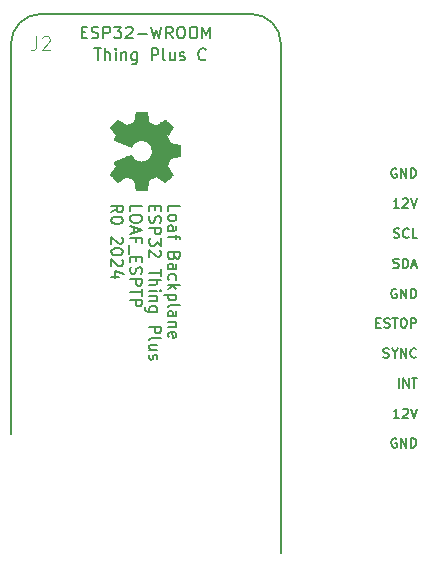
<source format=gbr>
%TF.GenerationSoftware,KiCad,Pcbnew,7.0.9*%
%TF.CreationDate,2024-02-09T11:23:59-05:00*%
%TF.ProjectId,BREAD_Loaf,42524541-445f-44c6-9f61-662e6b696361,rev?*%
%TF.SameCoordinates,PX2fdfdc0PY36746e0*%
%TF.FileFunction,Legend,Top*%
%TF.FilePolarity,Positive*%
%FSLAX46Y46*%
G04 Gerber Fmt 4.6, Leading zero omitted, Abs format (unit mm)*
G04 Created by KiCad (PCBNEW 7.0.9) date 2024-02-09 11:23:59*
%MOMM*%
%LPD*%
G01*
G04 APERTURE LIST*
%ADD10C,0.150000*%
%ADD11C,0.101600*%
%ADD12C,0.127000*%
%ADD13C,0.010000*%
G04 APERTURE END LIST*
D10*
X36101315Y-32712295D02*
X35644172Y-32712295D01*
X35872744Y-32712295D02*
X35872744Y-31912295D01*
X35872744Y-31912295D02*
X35796553Y-32026580D01*
X35796553Y-32026580D02*
X35720363Y-32102771D01*
X35720363Y-32102771D02*
X35644172Y-32140866D01*
X36406077Y-31988485D02*
X36444173Y-31950390D01*
X36444173Y-31950390D02*
X36520363Y-31912295D01*
X36520363Y-31912295D02*
X36710839Y-31912295D01*
X36710839Y-31912295D02*
X36787030Y-31950390D01*
X36787030Y-31950390D02*
X36825125Y-31988485D01*
X36825125Y-31988485D02*
X36863220Y-32064676D01*
X36863220Y-32064676D02*
X36863220Y-32140866D01*
X36863220Y-32140866D02*
X36825125Y-32255152D01*
X36825125Y-32255152D02*
X36367982Y-32712295D01*
X36367982Y-32712295D02*
X36863220Y-32712295D01*
X37091792Y-31912295D02*
X37358459Y-32712295D01*
X37358459Y-32712295D02*
X37625125Y-31912295D01*
X35644172Y-35224200D02*
X35758458Y-35262295D01*
X35758458Y-35262295D02*
X35948934Y-35262295D01*
X35948934Y-35262295D02*
X36025125Y-35224200D01*
X36025125Y-35224200D02*
X36063220Y-35186104D01*
X36063220Y-35186104D02*
X36101315Y-35109914D01*
X36101315Y-35109914D02*
X36101315Y-35033723D01*
X36101315Y-35033723D02*
X36063220Y-34957533D01*
X36063220Y-34957533D02*
X36025125Y-34919438D01*
X36025125Y-34919438D02*
X35948934Y-34881342D01*
X35948934Y-34881342D02*
X35796553Y-34843247D01*
X35796553Y-34843247D02*
X35720363Y-34805152D01*
X35720363Y-34805152D02*
X35682268Y-34767057D01*
X35682268Y-34767057D02*
X35644172Y-34690866D01*
X35644172Y-34690866D02*
X35644172Y-34614676D01*
X35644172Y-34614676D02*
X35682268Y-34538485D01*
X35682268Y-34538485D02*
X35720363Y-34500390D01*
X35720363Y-34500390D02*
X35796553Y-34462295D01*
X35796553Y-34462295D02*
X35987030Y-34462295D01*
X35987030Y-34462295D02*
X36101315Y-34500390D01*
X36901316Y-35186104D02*
X36863220Y-35224200D01*
X36863220Y-35224200D02*
X36748935Y-35262295D01*
X36748935Y-35262295D02*
X36672744Y-35262295D01*
X36672744Y-35262295D02*
X36558458Y-35224200D01*
X36558458Y-35224200D02*
X36482268Y-35148009D01*
X36482268Y-35148009D02*
X36444173Y-35071819D01*
X36444173Y-35071819D02*
X36406077Y-34919438D01*
X36406077Y-34919438D02*
X36406077Y-34805152D01*
X36406077Y-34805152D02*
X36444173Y-34652771D01*
X36444173Y-34652771D02*
X36482268Y-34576580D01*
X36482268Y-34576580D02*
X36558458Y-34500390D01*
X36558458Y-34500390D02*
X36672744Y-34462295D01*
X36672744Y-34462295D02*
X36748935Y-34462295D01*
X36748935Y-34462295D02*
X36863220Y-34500390D01*
X36863220Y-34500390D02*
X36901316Y-34538485D01*
X37625125Y-35262295D02*
X37244173Y-35262295D01*
X37244173Y-35262295D02*
X37244173Y-34462295D01*
X35606077Y-37774200D02*
X35720363Y-37812295D01*
X35720363Y-37812295D02*
X35910839Y-37812295D01*
X35910839Y-37812295D02*
X35987030Y-37774200D01*
X35987030Y-37774200D02*
X36025125Y-37736104D01*
X36025125Y-37736104D02*
X36063220Y-37659914D01*
X36063220Y-37659914D02*
X36063220Y-37583723D01*
X36063220Y-37583723D02*
X36025125Y-37507533D01*
X36025125Y-37507533D02*
X35987030Y-37469438D01*
X35987030Y-37469438D02*
X35910839Y-37431342D01*
X35910839Y-37431342D02*
X35758458Y-37393247D01*
X35758458Y-37393247D02*
X35682268Y-37355152D01*
X35682268Y-37355152D02*
X35644173Y-37317057D01*
X35644173Y-37317057D02*
X35606077Y-37240866D01*
X35606077Y-37240866D02*
X35606077Y-37164676D01*
X35606077Y-37164676D02*
X35644173Y-37088485D01*
X35644173Y-37088485D02*
X35682268Y-37050390D01*
X35682268Y-37050390D02*
X35758458Y-37012295D01*
X35758458Y-37012295D02*
X35948935Y-37012295D01*
X35948935Y-37012295D02*
X36063220Y-37050390D01*
X36406078Y-37812295D02*
X36406078Y-37012295D01*
X36406078Y-37012295D02*
X36596554Y-37012295D01*
X36596554Y-37012295D02*
X36710840Y-37050390D01*
X36710840Y-37050390D02*
X36787030Y-37126580D01*
X36787030Y-37126580D02*
X36825125Y-37202771D01*
X36825125Y-37202771D02*
X36863221Y-37355152D01*
X36863221Y-37355152D02*
X36863221Y-37469438D01*
X36863221Y-37469438D02*
X36825125Y-37621819D01*
X36825125Y-37621819D02*
X36787030Y-37698009D01*
X36787030Y-37698009D02*
X36710840Y-37774200D01*
X36710840Y-37774200D02*
X36596554Y-37812295D01*
X36596554Y-37812295D02*
X36406078Y-37812295D01*
X37167982Y-37583723D02*
X37548935Y-37583723D01*
X37091792Y-37812295D02*
X37358459Y-37012295D01*
X37358459Y-37012295D02*
X37625125Y-37812295D01*
X35872744Y-29400390D02*
X35796554Y-29362295D01*
X35796554Y-29362295D02*
X35682268Y-29362295D01*
X35682268Y-29362295D02*
X35567982Y-29400390D01*
X35567982Y-29400390D02*
X35491792Y-29476580D01*
X35491792Y-29476580D02*
X35453697Y-29552771D01*
X35453697Y-29552771D02*
X35415601Y-29705152D01*
X35415601Y-29705152D02*
X35415601Y-29819438D01*
X35415601Y-29819438D02*
X35453697Y-29971819D01*
X35453697Y-29971819D02*
X35491792Y-30048009D01*
X35491792Y-30048009D02*
X35567982Y-30124200D01*
X35567982Y-30124200D02*
X35682268Y-30162295D01*
X35682268Y-30162295D02*
X35758459Y-30162295D01*
X35758459Y-30162295D02*
X35872744Y-30124200D01*
X35872744Y-30124200D02*
X35910840Y-30086104D01*
X35910840Y-30086104D02*
X35910840Y-29819438D01*
X35910840Y-29819438D02*
X35758459Y-29819438D01*
X36253697Y-30162295D02*
X36253697Y-29362295D01*
X36253697Y-29362295D02*
X36710840Y-30162295D01*
X36710840Y-30162295D02*
X36710840Y-29362295D01*
X37091792Y-30162295D02*
X37091792Y-29362295D01*
X37091792Y-29362295D02*
X37282268Y-29362295D01*
X37282268Y-29362295D02*
X37396554Y-29400390D01*
X37396554Y-29400390D02*
X37472744Y-29476580D01*
X37472744Y-29476580D02*
X37510839Y-29552771D01*
X37510839Y-29552771D02*
X37548935Y-29705152D01*
X37548935Y-29705152D02*
X37548935Y-29819438D01*
X37548935Y-29819438D02*
X37510839Y-29971819D01*
X37510839Y-29971819D02*
X37472744Y-30048009D01*
X37472744Y-30048009D02*
X37396554Y-30124200D01*
X37396554Y-30124200D02*
X37282268Y-30162295D01*
X37282268Y-30162295D02*
X37091792Y-30162295D01*
X35872744Y-52250390D02*
X35796554Y-52212295D01*
X35796554Y-52212295D02*
X35682268Y-52212295D01*
X35682268Y-52212295D02*
X35567982Y-52250390D01*
X35567982Y-52250390D02*
X35491792Y-52326580D01*
X35491792Y-52326580D02*
X35453697Y-52402771D01*
X35453697Y-52402771D02*
X35415601Y-52555152D01*
X35415601Y-52555152D02*
X35415601Y-52669438D01*
X35415601Y-52669438D02*
X35453697Y-52821819D01*
X35453697Y-52821819D02*
X35491792Y-52898009D01*
X35491792Y-52898009D02*
X35567982Y-52974200D01*
X35567982Y-52974200D02*
X35682268Y-53012295D01*
X35682268Y-53012295D02*
X35758459Y-53012295D01*
X35758459Y-53012295D02*
X35872744Y-52974200D01*
X35872744Y-52974200D02*
X35910840Y-52936104D01*
X35910840Y-52936104D02*
X35910840Y-52669438D01*
X35910840Y-52669438D02*
X35758459Y-52669438D01*
X36253697Y-53012295D02*
X36253697Y-52212295D01*
X36253697Y-52212295D02*
X36710840Y-53012295D01*
X36710840Y-53012295D02*
X36710840Y-52212295D01*
X37091792Y-53012295D02*
X37091792Y-52212295D01*
X37091792Y-52212295D02*
X37282268Y-52212295D01*
X37282268Y-52212295D02*
X37396554Y-52250390D01*
X37396554Y-52250390D02*
X37472744Y-52326580D01*
X37472744Y-52326580D02*
X37510839Y-52402771D01*
X37510839Y-52402771D02*
X37548935Y-52555152D01*
X37548935Y-52555152D02*
X37548935Y-52669438D01*
X37548935Y-52669438D02*
X37510839Y-52821819D01*
X37510839Y-52821819D02*
X37472744Y-52898009D01*
X37472744Y-52898009D02*
X37396554Y-52974200D01*
X37396554Y-52974200D02*
X37282268Y-53012295D01*
X37282268Y-53012295D02*
X37091792Y-53012295D01*
X34767982Y-45374200D02*
X34882268Y-45412295D01*
X34882268Y-45412295D02*
X35072744Y-45412295D01*
X35072744Y-45412295D02*
X35148935Y-45374200D01*
X35148935Y-45374200D02*
X35187030Y-45336104D01*
X35187030Y-45336104D02*
X35225125Y-45259914D01*
X35225125Y-45259914D02*
X35225125Y-45183723D01*
X35225125Y-45183723D02*
X35187030Y-45107533D01*
X35187030Y-45107533D02*
X35148935Y-45069438D01*
X35148935Y-45069438D02*
X35072744Y-45031342D01*
X35072744Y-45031342D02*
X34920363Y-44993247D01*
X34920363Y-44993247D02*
X34844173Y-44955152D01*
X34844173Y-44955152D02*
X34806078Y-44917057D01*
X34806078Y-44917057D02*
X34767982Y-44840866D01*
X34767982Y-44840866D02*
X34767982Y-44764676D01*
X34767982Y-44764676D02*
X34806078Y-44688485D01*
X34806078Y-44688485D02*
X34844173Y-44650390D01*
X34844173Y-44650390D02*
X34920363Y-44612295D01*
X34920363Y-44612295D02*
X35110840Y-44612295D01*
X35110840Y-44612295D02*
X35225125Y-44650390D01*
X35720364Y-45031342D02*
X35720364Y-45412295D01*
X35453697Y-44612295D02*
X35720364Y-45031342D01*
X35720364Y-45031342D02*
X35987030Y-44612295D01*
X36253697Y-45412295D02*
X36253697Y-44612295D01*
X36253697Y-44612295D02*
X36710840Y-45412295D01*
X36710840Y-45412295D02*
X36710840Y-44612295D01*
X37548935Y-45336104D02*
X37510839Y-45374200D01*
X37510839Y-45374200D02*
X37396554Y-45412295D01*
X37396554Y-45412295D02*
X37320363Y-45412295D01*
X37320363Y-45412295D02*
X37206077Y-45374200D01*
X37206077Y-45374200D02*
X37129887Y-45298009D01*
X37129887Y-45298009D02*
X37091792Y-45221819D01*
X37091792Y-45221819D02*
X37053696Y-45069438D01*
X37053696Y-45069438D02*
X37053696Y-44955152D01*
X37053696Y-44955152D02*
X37091792Y-44802771D01*
X37091792Y-44802771D02*
X37129887Y-44726580D01*
X37129887Y-44726580D02*
X37206077Y-44650390D01*
X37206077Y-44650390D02*
X37320363Y-44612295D01*
X37320363Y-44612295D02*
X37396554Y-44612295D01*
X37396554Y-44612295D02*
X37510839Y-44650390D01*
X37510839Y-44650390D02*
X37548935Y-44688485D01*
X34158458Y-42443247D02*
X34425124Y-42443247D01*
X34539410Y-42862295D02*
X34158458Y-42862295D01*
X34158458Y-42862295D02*
X34158458Y-42062295D01*
X34158458Y-42062295D02*
X34539410Y-42062295D01*
X34844172Y-42824200D02*
X34958458Y-42862295D01*
X34958458Y-42862295D02*
X35148934Y-42862295D01*
X35148934Y-42862295D02*
X35225125Y-42824200D01*
X35225125Y-42824200D02*
X35263220Y-42786104D01*
X35263220Y-42786104D02*
X35301315Y-42709914D01*
X35301315Y-42709914D02*
X35301315Y-42633723D01*
X35301315Y-42633723D02*
X35263220Y-42557533D01*
X35263220Y-42557533D02*
X35225125Y-42519438D01*
X35225125Y-42519438D02*
X35148934Y-42481342D01*
X35148934Y-42481342D02*
X34996553Y-42443247D01*
X34996553Y-42443247D02*
X34920363Y-42405152D01*
X34920363Y-42405152D02*
X34882268Y-42367057D01*
X34882268Y-42367057D02*
X34844172Y-42290866D01*
X34844172Y-42290866D02*
X34844172Y-42214676D01*
X34844172Y-42214676D02*
X34882268Y-42138485D01*
X34882268Y-42138485D02*
X34920363Y-42100390D01*
X34920363Y-42100390D02*
X34996553Y-42062295D01*
X34996553Y-42062295D02*
X35187030Y-42062295D01*
X35187030Y-42062295D02*
X35301315Y-42100390D01*
X35529887Y-42062295D02*
X35987030Y-42062295D01*
X35758458Y-42862295D02*
X35758458Y-42062295D01*
X36406078Y-42062295D02*
X36558459Y-42062295D01*
X36558459Y-42062295D02*
X36634649Y-42100390D01*
X36634649Y-42100390D02*
X36710840Y-42176580D01*
X36710840Y-42176580D02*
X36748935Y-42328961D01*
X36748935Y-42328961D02*
X36748935Y-42595628D01*
X36748935Y-42595628D02*
X36710840Y-42748009D01*
X36710840Y-42748009D02*
X36634649Y-42824200D01*
X36634649Y-42824200D02*
X36558459Y-42862295D01*
X36558459Y-42862295D02*
X36406078Y-42862295D01*
X36406078Y-42862295D02*
X36329887Y-42824200D01*
X36329887Y-42824200D02*
X36253697Y-42748009D01*
X36253697Y-42748009D02*
X36215601Y-42595628D01*
X36215601Y-42595628D02*
X36215601Y-42328961D01*
X36215601Y-42328961D02*
X36253697Y-42176580D01*
X36253697Y-42176580D02*
X36329887Y-42100390D01*
X36329887Y-42100390D02*
X36406078Y-42062295D01*
X37091792Y-42862295D02*
X37091792Y-42062295D01*
X37091792Y-42062295D02*
X37396554Y-42062295D01*
X37396554Y-42062295D02*
X37472744Y-42100390D01*
X37472744Y-42100390D02*
X37510839Y-42138485D01*
X37510839Y-42138485D02*
X37548935Y-42214676D01*
X37548935Y-42214676D02*
X37548935Y-42328961D01*
X37548935Y-42328961D02*
X37510839Y-42405152D01*
X37510839Y-42405152D02*
X37472744Y-42443247D01*
X37472744Y-42443247D02*
X37396554Y-42481342D01*
X37396554Y-42481342D02*
X37091792Y-42481342D01*
X36101315Y-50512295D02*
X35644172Y-50512295D01*
X35872744Y-50512295D02*
X35872744Y-49712295D01*
X35872744Y-49712295D02*
X35796553Y-49826580D01*
X35796553Y-49826580D02*
X35720363Y-49902771D01*
X35720363Y-49902771D02*
X35644172Y-49940866D01*
X36406077Y-49788485D02*
X36444173Y-49750390D01*
X36444173Y-49750390D02*
X36520363Y-49712295D01*
X36520363Y-49712295D02*
X36710839Y-49712295D01*
X36710839Y-49712295D02*
X36787030Y-49750390D01*
X36787030Y-49750390D02*
X36825125Y-49788485D01*
X36825125Y-49788485D02*
X36863220Y-49864676D01*
X36863220Y-49864676D02*
X36863220Y-49940866D01*
X36863220Y-49940866D02*
X36825125Y-50055152D01*
X36825125Y-50055152D02*
X36367982Y-50512295D01*
X36367982Y-50512295D02*
X36863220Y-50512295D01*
X37091792Y-49712295D02*
X37358459Y-50512295D01*
X37358459Y-50512295D02*
X37625125Y-49712295D01*
X35872744Y-39600390D02*
X35796554Y-39562295D01*
X35796554Y-39562295D02*
X35682268Y-39562295D01*
X35682268Y-39562295D02*
X35567982Y-39600390D01*
X35567982Y-39600390D02*
X35491792Y-39676580D01*
X35491792Y-39676580D02*
X35453697Y-39752771D01*
X35453697Y-39752771D02*
X35415601Y-39905152D01*
X35415601Y-39905152D02*
X35415601Y-40019438D01*
X35415601Y-40019438D02*
X35453697Y-40171819D01*
X35453697Y-40171819D02*
X35491792Y-40248009D01*
X35491792Y-40248009D02*
X35567982Y-40324200D01*
X35567982Y-40324200D02*
X35682268Y-40362295D01*
X35682268Y-40362295D02*
X35758459Y-40362295D01*
X35758459Y-40362295D02*
X35872744Y-40324200D01*
X35872744Y-40324200D02*
X35910840Y-40286104D01*
X35910840Y-40286104D02*
X35910840Y-40019438D01*
X35910840Y-40019438D02*
X35758459Y-40019438D01*
X36253697Y-40362295D02*
X36253697Y-39562295D01*
X36253697Y-39562295D02*
X36710840Y-40362295D01*
X36710840Y-40362295D02*
X36710840Y-39562295D01*
X37091792Y-40362295D02*
X37091792Y-39562295D01*
X37091792Y-39562295D02*
X37282268Y-39562295D01*
X37282268Y-39562295D02*
X37396554Y-39600390D01*
X37396554Y-39600390D02*
X37472744Y-39676580D01*
X37472744Y-39676580D02*
X37510839Y-39752771D01*
X37510839Y-39752771D02*
X37548935Y-39905152D01*
X37548935Y-39905152D02*
X37548935Y-40019438D01*
X37548935Y-40019438D02*
X37510839Y-40171819D01*
X37510839Y-40171819D02*
X37472744Y-40248009D01*
X37472744Y-40248009D02*
X37396554Y-40324200D01*
X37396554Y-40324200D02*
X37282268Y-40362295D01*
X37282268Y-40362295D02*
X37091792Y-40362295D01*
X36063221Y-47962295D02*
X36063221Y-47162295D01*
X36444173Y-47962295D02*
X36444173Y-47162295D01*
X36444173Y-47162295D02*
X36901316Y-47962295D01*
X36901316Y-47962295D02*
X36901316Y-47162295D01*
X37167982Y-47162295D02*
X37625125Y-47162295D01*
X37396553Y-47962295D02*
X37396553Y-47162295D01*
X16546930Y-33012969D02*
X16546930Y-32536779D01*
X16546930Y-32536779D02*
X17546930Y-32536779D01*
X16546930Y-33489160D02*
X16594550Y-33393922D01*
X16594550Y-33393922D02*
X16642169Y-33346303D01*
X16642169Y-33346303D02*
X16737407Y-33298684D01*
X16737407Y-33298684D02*
X17023121Y-33298684D01*
X17023121Y-33298684D02*
X17118359Y-33346303D01*
X17118359Y-33346303D02*
X17165978Y-33393922D01*
X17165978Y-33393922D02*
X17213597Y-33489160D01*
X17213597Y-33489160D02*
X17213597Y-33632017D01*
X17213597Y-33632017D02*
X17165978Y-33727255D01*
X17165978Y-33727255D02*
X17118359Y-33774874D01*
X17118359Y-33774874D02*
X17023121Y-33822493D01*
X17023121Y-33822493D02*
X16737407Y-33822493D01*
X16737407Y-33822493D02*
X16642169Y-33774874D01*
X16642169Y-33774874D02*
X16594550Y-33727255D01*
X16594550Y-33727255D02*
X16546930Y-33632017D01*
X16546930Y-33632017D02*
X16546930Y-33489160D01*
X16546930Y-34679636D02*
X17070740Y-34679636D01*
X17070740Y-34679636D02*
X17165978Y-34632017D01*
X17165978Y-34632017D02*
X17213597Y-34536779D01*
X17213597Y-34536779D02*
X17213597Y-34346303D01*
X17213597Y-34346303D02*
X17165978Y-34251065D01*
X16594550Y-34679636D02*
X16546930Y-34584398D01*
X16546930Y-34584398D02*
X16546930Y-34346303D01*
X16546930Y-34346303D02*
X16594550Y-34251065D01*
X16594550Y-34251065D02*
X16689788Y-34203446D01*
X16689788Y-34203446D02*
X16785026Y-34203446D01*
X16785026Y-34203446D02*
X16880264Y-34251065D01*
X16880264Y-34251065D02*
X16927883Y-34346303D01*
X16927883Y-34346303D02*
X16927883Y-34584398D01*
X16927883Y-34584398D02*
X16975502Y-34679636D01*
X17213597Y-35012970D02*
X17213597Y-35393922D01*
X16546930Y-35155827D02*
X17404073Y-35155827D01*
X17404073Y-35155827D02*
X17499311Y-35203446D01*
X17499311Y-35203446D02*
X17546930Y-35298684D01*
X17546930Y-35298684D02*
X17546930Y-35393922D01*
X17070740Y-36822494D02*
X17023121Y-36965351D01*
X17023121Y-36965351D02*
X16975502Y-37012970D01*
X16975502Y-37012970D02*
X16880264Y-37060589D01*
X16880264Y-37060589D02*
X16737407Y-37060589D01*
X16737407Y-37060589D02*
X16642169Y-37012970D01*
X16642169Y-37012970D02*
X16594550Y-36965351D01*
X16594550Y-36965351D02*
X16546930Y-36870113D01*
X16546930Y-36870113D02*
X16546930Y-36489161D01*
X16546930Y-36489161D02*
X17546930Y-36489161D01*
X17546930Y-36489161D02*
X17546930Y-36822494D01*
X17546930Y-36822494D02*
X17499311Y-36917732D01*
X17499311Y-36917732D02*
X17451692Y-36965351D01*
X17451692Y-36965351D02*
X17356454Y-37012970D01*
X17356454Y-37012970D02*
X17261216Y-37012970D01*
X17261216Y-37012970D02*
X17165978Y-36965351D01*
X17165978Y-36965351D02*
X17118359Y-36917732D01*
X17118359Y-36917732D02*
X17070740Y-36822494D01*
X17070740Y-36822494D02*
X17070740Y-36489161D01*
X16546930Y-37917732D02*
X17070740Y-37917732D01*
X17070740Y-37917732D02*
X17165978Y-37870113D01*
X17165978Y-37870113D02*
X17213597Y-37774875D01*
X17213597Y-37774875D02*
X17213597Y-37584399D01*
X17213597Y-37584399D02*
X17165978Y-37489161D01*
X16594550Y-37917732D02*
X16546930Y-37822494D01*
X16546930Y-37822494D02*
X16546930Y-37584399D01*
X16546930Y-37584399D02*
X16594550Y-37489161D01*
X16594550Y-37489161D02*
X16689788Y-37441542D01*
X16689788Y-37441542D02*
X16785026Y-37441542D01*
X16785026Y-37441542D02*
X16880264Y-37489161D01*
X16880264Y-37489161D02*
X16927883Y-37584399D01*
X16927883Y-37584399D02*
X16927883Y-37822494D01*
X16927883Y-37822494D02*
X16975502Y-37917732D01*
X16594550Y-38822494D02*
X16546930Y-38727256D01*
X16546930Y-38727256D02*
X16546930Y-38536780D01*
X16546930Y-38536780D02*
X16594550Y-38441542D01*
X16594550Y-38441542D02*
X16642169Y-38393923D01*
X16642169Y-38393923D02*
X16737407Y-38346304D01*
X16737407Y-38346304D02*
X17023121Y-38346304D01*
X17023121Y-38346304D02*
X17118359Y-38393923D01*
X17118359Y-38393923D02*
X17165978Y-38441542D01*
X17165978Y-38441542D02*
X17213597Y-38536780D01*
X17213597Y-38536780D02*
X17213597Y-38727256D01*
X17213597Y-38727256D02*
X17165978Y-38822494D01*
X16546930Y-39251066D02*
X17546930Y-39251066D01*
X16927883Y-39346304D02*
X16546930Y-39632018D01*
X17213597Y-39632018D02*
X16832645Y-39251066D01*
X17213597Y-40060590D02*
X16213597Y-40060590D01*
X17165978Y-40060590D02*
X17213597Y-40155828D01*
X17213597Y-40155828D02*
X17213597Y-40346304D01*
X17213597Y-40346304D02*
X17165978Y-40441542D01*
X17165978Y-40441542D02*
X17118359Y-40489161D01*
X17118359Y-40489161D02*
X17023121Y-40536780D01*
X17023121Y-40536780D02*
X16737407Y-40536780D01*
X16737407Y-40536780D02*
X16642169Y-40489161D01*
X16642169Y-40489161D02*
X16594550Y-40441542D01*
X16594550Y-40441542D02*
X16546930Y-40346304D01*
X16546930Y-40346304D02*
X16546930Y-40155828D01*
X16546930Y-40155828D02*
X16594550Y-40060590D01*
X16546930Y-41108209D02*
X16594550Y-41012971D01*
X16594550Y-41012971D02*
X16689788Y-40965352D01*
X16689788Y-40965352D02*
X17546930Y-40965352D01*
X16546930Y-41917733D02*
X17070740Y-41917733D01*
X17070740Y-41917733D02*
X17165978Y-41870114D01*
X17165978Y-41870114D02*
X17213597Y-41774876D01*
X17213597Y-41774876D02*
X17213597Y-41584400D01*
X17213597Y-41584400D02*
X17165978Y-41489162D01*
X16594550Y-41917733D02*
X16546930Y-41822495D01*
X16546930Y-41822495D02*
X16546930Y-41584400D01*
X16546930Y-41584400D02*
X16594550Y-41489162D01*
X16594550Y-41489162D02*
X16689788Y-41441543D01*
X16689788Y-41441543D02*
X16785026Y-41441543D01*
X16785026Y-41441543D02*
X16880264Y-41489162D01*
X16880264Y-41489162D02*
X16927883Y-41584400D01*
X16927883Y-41584400D02*
X16927883Y-41822495D01*
X16927883Y-41822495D02*
X16975502Y-41917733D01*
X17213597Y-42393924D02*
X16546930Y-42393924D01*
X17118359Y-42393924D02*
X17165978Y-42441543D01*
X17165978Y-42441543D02*
X17213597Y-42536781D01*
X17213597Y-42536781D02*
X17213597Y-42679638D01*
X17213597Y-42679638D02*
X17165978Y-42774876D01*
X17165978Y-42774876D02*
X17070740Y-42822495D01*
X17070740Y-42822495D02*
X16546930Y-42822495D01*
X16594550Y-43679638D02*
X16546930Y-43584400D01*
X16546930Y-43584400D02*
X16546930Y-43393924D01*
X16546930Y-43393924D02*
X16594550Y-43298686D01*
X16594550Y-43298686D02*
X16689788Y-43251067D01*
X16689788Y-43251067D02*
X17070740Y-43251067D01*
X17070740Y-43251067D02*
X17165978Y-43298686D01*
X17165978Y-43298686D02*
X17213597Y-43393924D01*
X17213597Y-43393924D02*
X17213597Y-43584400D01*
X17213597Y-43584400D02*
X17165978Y-43679638D01*
X17165978Y-43679638D02*
X17070740Y-43727257D01*
X17070740Y-43727257D02*
X16975502Y-43727257D01*
X16975502Y-43727257D02*
X16880264Y-43251067D01*
X15460740Y-32536779D02*
X15460740Y-32870112D01*
X14936930Y-33012969D02*
X14936930Y-32536779D01*
X14936930Y-32536779D02*
X15936930Y-32536779D01*
X15936930Y-32536779D02*
X15936930Y-33012969D01*
X14984550Y-33393922D02*
X14936930Y-33536779D01*
X14936930Y-33536779D02*
X14936930Y-33774874D01*
X14936930Y-33774874D02*
X14984550Y-33870112D01*
X14984550Y-33870112D02*
X15032169Y-33917731D01*
X15032169Y-33917731D02*
X15127407Y-33965350D01*
X15127407Y-33965350D02*
X15222645Y-33965350D01*
X15222645Y-33965350D02*
X15317883Y-33917731D01*
X15317883Y-33917731D02*
X15365502Y-33870112D01*
X15365502Y-33870112D02*
X15413121Y-33774874D01*
X15413121Y-33774874D02*
X15460740Y-33584398D01*
X15460740Y-33584398D02*
X15508359Y-33489160D01*
X15508359Y-33489160D02*
X15555978Y-33441541D01*
X15555978Y-33441541D02*
X15651216Y-33393922D01*
X15651216Y-33393922D02*
X15746454Y-33393922D01*
X15746454Y-33393922D02*
X15841692Y-33441541D01*
X15841692Y-33441541D02*
X15889311Y-33489160D01*
X15889311Y-33489160D02*
X15936930Y-33584398D01*
X15936930Y-33584398D02*
X15936930Y-33822493D01*
X15936930Y-33822493D02*
X15889311Y-33965350D01*
X14936930Y-34393922D02*
X15936930Y-34393922D01*
X15936930Y-34393922D02*
X15936930Y-34774874D01*
X15936930Y-34774874D02*
X15889311Y-34870112D01*
X15889311Y-34870112D02*
X15841692Y-34917731D01*
X15841692Y-34917731D02*
X15746454Y-34965350D01*
X15746454Y-34965350D02*
X15603597Y-34965350D01*
X15603597Y-34965350D02*
X15508359Y-34917731D01*
X15508359Y-34917731D02*
X15460740Y-34870112D01*
X15460740Y-34870112D02*
X15413121Y-34774874D01*
X15413121Y-34774874D02*
X15413121Y-34393922D01*
X15936930Y-35298684D02*
X15936930Y-35917731D01*
X15936930Y-35917731D02*
X15555978Y-35584398D01*
X15555978Y-35584398D02*
X15555978Y-35727255D01*
X15555978Y-35727255D02*
X15508359Y-35822493D01*
X15508359Y-35822493D02*
X15460740Y-35870112D01*
X15460740Y-35870112D02*
X15365502Y-35917731D01*
X15365502Y-35917731D02*
X15127407Y-35917731D01*
X15127407Y-35917731D02*
X15032169Y-35870112D01*
X15032169Y-35870112D02*
X14984550Y-35822493D01*
X14984550Y-35822493D02*
X14936930Y-35727255D01*
X14936930Y-35727255D02*
X14936930Y-35441541D01*
X14936930Y-35441541D02*
X14984550Y-35346303D01*
X14984550Y-35346303D02*
X15032169Y-35298684D01*
X15841692Y-36298684D02*
X15889311Y-36346303D01*
X15889311Y-36346303D02*
X15936930Y-36441541D01*
X15936930Y-36441541D02*
X15936930Y-36679636D01*
X15936930Y-36679636D02*
X15889311Y-36774874D01*
X15889311Y-36774874D02*
X15841692Y-36822493D01*
X15841692Y-36822493D02*
X15746454Y-36870112D01*
X15746454Y-36870112D02*
X15651216Y-36870112D01*
X15651216Y-36870112D02*
X15508359Y-36822493D01*
X15508359Y-36822493D02*
X14936930Y-36251065D01*
X14936930Y-36251065D02*
X14936930Y-36870112D01*
X15936930Y-37917732D02*
X15936930Y-38489160D01*
X14936930Y-38203446D02*
X15936930Y-38203446D01*
X14936930Y-38822494D02*
X15936930Y-38822494D01*
X14936930Y-39251065D02*
X15460740Y-39251065D01*
X15460740Y-39251065D02*
X15555978Y-39203446D01*
X15555978Y-39203446D02*
X15603597Y-39108208D01*
X15603597Y-39108208D02*
X15603597Y-38965351D01*
X15603597Y-38965351D02*
X15555978Y-38870113D01*
X15555978Y-38870113D02*
X15508359Y-38822494D01*
X14936930Y-39727256D02*
X15603597Y-39727256D01*
X15936930Y-39727256D02*
X15889311Y-39679637D01*
X15889311Y-39679637D02*
X15841692Y-39727256D01*
X15841692Y-39727256D02*
X15889311Y-39774875D01*
X15889311Y-39774875D02*
X15936930Y-39727256D01*
X15936930Y-39727256D02*
X15841692Y-39727256D01*
X15603597Y-40203446D02*
X14936930Y-40203446D01*
X15508359Y-40203446D02*
X15555978Y-40251065D01*
X15555978Y-40251065D02*
X15603597Y-40346303D01*
X15603597Y-40346303D02*
X15603597Y-40489160D01*
X15603597Y-40489160D02*
X15555978Y-40584398D01*
X15555978Y-40584398D02*
X15460740Y-40632017D01*
X15460740Y-40632017D02*
X14936930Y-40632017D01*
X15603597Y-41536779D02*
X14794073Y-41536779D01*
X14794073Y-41536779D02*
X14698835Y-41489160D01*
X14698835Y-41489160D02*
X14651216Y-41441541D01*
X14651216Y-41441541D02*
X14603597Y-41346303D01*
X14603597Y-41346303D02*
X14603597Y-41203446D01*
X14603597Y-41203446D02*
X14651216Y-41108208D01*
X14984550Y-41536779D02*
X14936930Y-41441541D01*
X14936930Y-41441541D02*
X14936930Y-41251065D01*
X14936930Y-41251065D02*
X14984550Y-41155827D01*
X14984550Y-41155827D02*
X15032169Y-41108208D01*
X15032169Y-41108208D02*
X15127407Y-41060589D01*
X15127407Y-41060589D02*
X15413121Y-41060589D01*
X15413121Y-41060589D02*
X15508359Y-41108208D01*
X15508359Y-41108208D02*
X15555978Y-41155827D01*
X15555978Y-41155827D02*
X15603597Y-41251065D01*
X15603597Y-41251065D02*
X15603597Y-41441541D01*
X15603597Y-41441541D02*
X15555978Y-41536779D01*
X14936930Y-42774875D02*
X15936930Y-42774875D01*
X15936930Y-42774875D02*
X15936930Y-43155827D01*
X15936930Y-43155827D02*
X15889311Y-43251065D01*
X15889311Y-43251065D02*
X15841692Y-43298684D01*
X15841692Y-43298684D02*
X15746454Y-43346303D01*
X15746454Y-43346303D02*
X15603597Y-43346303D01*
X15603597Y-43346303D02*
X15508359Y-43298684D01*
X15508359Y-43298684D02*
X15460740Y-43251065D01*
X15460740Y-43251065D02*
X15413121Y-43155827D01*
X15413121Y-43155827D02*
X15413121Y-42774875D01*
X14936930Y-43917732D02*
X14984550Y-43822494D01*
X14984550Y-43822494D02*
X15079788Y-43774875D01*
X15079788Y-43774875D02*
X15936930Y-43774875D01*
X15603597Y-44727256D02*
X14936930Y-44727256D01*
X15603597Y-44298685D02*
X15079788Y-44298685D01*
X15079788Y-44298685D02*
X14984550Y-44346304D01*
X14984550Y-44346304D02*
X14936930Y-44441542D01*
X14936930Y-44441542D02*
X14936930Y-44584399D01*
X14936930Y-44584399D02*
X14984550Y-44679637D01*
X14984550Y-44679637D02*
X15032169Y-44727256D01*
X14984550Y-45155828D02*
X14936930Y-45251066D01*
X14936930Y-45251066D02*
X14936930Y-45441542D01*
X14936930Y-45441542D02*
X14984550Y-45536780D01*
X14984550Y-45536780D02*
X15079788Y-45584399D01*
X15079788Y-45584399D02*
X15127407Y-45584399D01*
X15127407Y-45584399D02*
X15222645Y-45536780D01*
X15222645Y-45536780D02*
X15270264Y-45441542D01*
X15270264Y-45441542D02*
X15270264Y-45298685D01*
X15270264Y-45298685D02*
X15317883Y-45203447D01*
X15317883Y-45203447D02*
X15413121Y-45155828D01*
X15413121Y-45155828D02*
X15460740Y-45155828D01*
X15460740Y-45155828D02*
X15555978Y-45203447D01*
X15555978Y-45203447D02*
X15603597Y-45298685D01*
X15603597Y-45298685D02*
X15603597Y-45441542D01*
X15603597Y-45441542D02*
X15555978Y-45536780D01*
X13326930Y-33012969D02*
X13326930Y-32536779D01*
X13326930Y-32536779D02*
X14326930Y-32536779D01*
X14326930Y-33536779D02*
X14326930Y-33727255D01*
X14326930Y-33727255D02*
X14279311Y-33822493D01*
X14279311Y-33822493D02*
X14184073Y-33917731D01*
X14184073Y-33917731D02*
X13993597Y-33965350D01*
X13993597Y-33965350D02*
X13660264Y-33965350D01*
X13660264Y-33965350D02*
X13469788Y-33917731D01*
X13469788Y-33917731D02*
X13374550Y-33822493D01*
X13374550Y-33822493D02*
X13326930Y-33727255D01*
X13326930Y-33727255D02*
X13326930Y-33536779D01*
X13326930Y-33536779D02*
X13374550Y-33441541D01*
X13374550Y-33441541D02*
X13469788Y-33346303D01*
X13469788Y-33346303D02*
X13660264Y-33298684D01*
X13660264Y-33298684D02*
X13993597Y-33298684D01*
X13993597Y-33298684D02*
X14184073Y-33346303D01*
X14184073Y-33346303D02*
X14279311Y-33441541D01*
X14279311Y-33441541D02*
X14326930Y-33536779D01*
X13612645Y-34346303D02*
X13612645Y-34822493D01*
X13326930Y-34251065D02*
X14326930Y-34584398D01*
X14326930Y-34584398D02*
X13326930Y-34917731D01*
X13850740Y-35584398D02*
X13850740Y-35251065D01*
X13326930Y-35251065D02*
X14326930Y-35251065D01*
X14326930Y-35251065D02*
X14326930Y-35727255D01*
X13231692Y-35870113D02*
X13231692Y-36632017D01*
X13850740Y-36870113D02*
X13850740Y-37203446D01*
X13326930Y-37346303D02*
X13326930Y-36870113D01*
X13326930Y-36870113D02*
X14326930Y-36870113D01*
X14326930Y-36870113D02*
X14326930Y-37346303D01*
X13374550Y-37727256D02*
X13326930Y-37870113D01*
X13326930Y-37870113D02*
X13326930Y-38108208D01*
X13326930Y-38108208D02*
X13374550Y-38203446D01*
X13374550Y-38203446D02*
X13422169Y-38251065D01*
X13422169Y-38251065D02*
X13517407Y-38298684D01*
X13517407Y-38298684D02*
X13612645Y-38298684D01*
X13612645Y-38298684D02*
X13707883Y-38251065D01*
X13707883Y-38251065D02*
X13755502Y-38203446D01*
X13755502Y-38203446D02*
X13803121Y-38108208D01*
X13803121Y-38108208D02*
X13850740Y-37917732D01*
X13850740Y-37917732D02*
X13898359Y-37822494D01*
X13898359Y-37822494D02*
X13945978Y-37774875D01*
X13945978Y-37774875D02*
X14041216Y-37727256D01*
X14041216Y-37727256D02*
X14136454Y-37727256D01*
X14136454Y-37727256D02*
X14231692Y-37774875D01*
X14231692Y-37774875D02*
X14279311Y-37822494D01*
X14279311Y-37822494D02*
X14326930Y-37917732D01*
X14326930Y-37917732D02*
X14326930Y-38155827D01*
X14326930Y-38155827D02*
X14279311Y-38298684D01*
X13326930Y-38727256D02*
X14326930Y-38727256D01*
X14326930Y-38727256D02*
X14326930Y-39108208D01*
X14326930Y-39108208D02*
X14279311Y-39203446D01*
X14279311Y-39203446D02*
X14231692Y-39251065D01*
X14231692Y-39251065D02*
X14136454Y-39298684D01*
X14136454Y-39298684D02*
X13993597Y-39298684D01*
X13993597Y-39298684D02*
X13898359Y-39251065D01*
X13898359Y-39251065D02*
X13850740Y-39203446D01*
X13850740Y-39203446D02*
X13803121Y-39108208D01*
X13803121Y-39108208D02*
X13803121Y-38727256D01*
X14326930Y-39584399D02*
X14326930Y-40155827D01*
X13326930Y-39870113D02*
X14326930Y-39870113D01*
X13326930Y-40489161D02*
X14326930Y-40489161D01*
X14326930Y-40489161D02*
X14326930Y-40870113D01*
X14326930Y-40870113D02*
X14279311Y-40965351D01*
X14279311Y-40965351D02*
X14231692Y-41012970D01*
X14231692Y-41012970D02*
X14136454Y-41060589D01*
X14136454Y-41060589D02*
X13993597Y-41060589D01*
X13993597Y-41060589D02*
X13898359Y-41012970D01*
X13898359Y-41012970D02*
X13850740Y-40965351D01*
X13850740Y-40965351D02*
X13803121Y-40870113D01*
X13803121Y-40870113D02*
X13803121Y-40489161D01*
X11716930Y-33108207D02*
X12193121Y-32774874D01*
X11716930Y-32536779D02*
X12716930Y-32536779D01*
X12716930Y-32536779D02*
X12716930Y-32917731D01*
X12716930Y-32917731D02*
X12669311Y-33012969D01*
X12669311Y-33012969D02*
X12621692Y-33060588D01*
X12621692Y-33060588D02*
X12526454Y-33108207D01*
X12526454Y-33108207D02*
X12383597Y-33108207D01*
X12383597Y-33108207D02*
X12288359Y-33060588D01*
X12288359Y-33060588D02*
X12240740Y-33012969D01*
X12240740Y-33012969D02*
X12193121Y-32917731D01*
X12193121Y-32917731D02*
X12193121Y-32536779D01*
X12716930Y-33727255D02*
X12716930Y-33822493D01*
X12716930Y-33822493D02*
X12669311Y-33917731D01*
X12669311Y-33917731D02*
X12621692Y-33965350D01*
X12621692Y-33965350D02*
X12526454Y-34012969D01*
X12526454Y-34012969D02*
X12335978Y-34060588D01*
X12335978Y-34060588D02*
X12097883Y-34060588D01*
X12097883Y-34060588D02*
X11907407Y-34012969D01*
X11907407Y-34012969D02*
X11812169Y-33965350D01*
X11812169Y-33965350D02*
X11764550Y-33917731D01*
X11764550Y-33917731D02*
X11716930Y-33822493D01*
X11716930Y-33822493D02*
X11716930Y-33727255D01*
X11716930Y-33727255D02*
X11764550Y-33632017D01*
X11764550Y-33632017D02*
X11812169Y-33584398D01*
X11812169Y-33584398D02*
X11907407Y-33536779D01*
X11907407Y-33536779D02*
X12097883Y-33489160D01*
X12097883Y-33489160D02*
X12335978Y-33489160D01*
X12335978Y-33489160D02*
X12526454Y-33536779D01*
X12526454Y-33536779D02*
X12621692Y-33584398D01*
X12621692Y-33584398D02*
X12669311Y-33632017D01*
X12669311Y-33632017D02*
X12716930Y-33727255D01*
X12621692Y-35203446D02*
X12669311Y-35251065D01*
X12669311Y-35251065D02*
X12716930Y-35346303D01*
X12716930Y-35346303D02*
X12716930Y-35584398D01*
X12716930Y-35584398D02*
X12669311Y-35679636D01*
X12669311Y-35679636D02*
X12621692Y-35727255D01*
X12621692Y-35727255D02*
X12526454Y-35774874D01*
X12526454Y-35774874D02*
X12431216Y-35774874D01*
X12431216Y-35774874D02*
X12288359Y-35727255D01*
X12288359Y-35727255D02*
X11716930Y-35155827D01*
X11716930Y-35155827D02*
X11716930Y-35774874D01*
X12716930Y-36393922D02*
X12716930Y-36489160D01*
X12716930Y-36489160D02*
X12669311Y-36584398D01*
X12669311Y-36584398D02*
X12621692Y-36632017D01*
X12621692Y-36632017D02*
X12526454Y-36679636D01*
X12526454Y-36679636D02*
X12335978Y-36727255D01*
X12335978Y-36727255D02*
X12097883Y-36727255D01*
X12097883Y-36727255D02*
X11907407Y-36679636D01*
X11907407Y-36679636D02*
X11812169Y-36632017D01*
X11812169Y-36632017D02*
X11764550Y-36584398D01*
X11764550Y-36584398D02*
X11716930Y-36489160D01*
X11716930Y-36489160D02*
X11716930Y-36393922D01*
X11716930Y-36393922D02*
X11764550Y-36298684D01*
X11764550Y-36298684D02*
X11812169Y-36251065D01*
X11812169Y-36251065D02*
X11907407Y-36203446D01*
X11907407Y-36203446D02*
X12097883Y-36155827D01*
X12097883Y-36155827D02*
X12335978Y-36155827D01*
X12335978Y-36155827D02*
X12526454Y-36203446D01*
X12526454Y-36203446D02*
X12621692Y-36251065D01*
X12621692Y-36251065D02*
X12669311Y-36298684D01*
X12669311Y-36298684D02*
X12716930Y-36393922D01*
X12621692Y-37108208D02*
X12669311Y-37155827D01*
X12669311Y-37155827D02*
X12716930Y-37251065D01*
X12716930Y-37251065D02*
X12716930Y-37489160D01*
X12716930Y-37489160D02*
X12669311Y-37584398D01*
X12669311Y-37584398D02*
X12621692Y-37632017D01*
X12621692Y-37632017D02*
X12526454Y-37679636D01*
X12526454Y-37679636D02*
X12431216Y-37679636D01*
X12431216Y-37679636D02*
X12288359Y-37632017D01*
X12288359Y-37632017D02*
X11716930Y-37060589D01*
X11716930Y-37060589D02*
X11716930Y-37679636D01*
X12383597Y-38536779D02*
X11716930Y-38536779D01*
X12764550Y-38298684D02*
X12050264Y-38060589D01*
X12050264Y-38060589D02*
X12050264Y-38679636D01*
D11*
X5380533Y-18206840D02*
X5380533Y-19041411D01*
X5380533Y-19041411D02*
X5324894Y-19208325D01*
X5324894Y-19208325D02*
X5213618Y-19319602D01*
X5213618Y-19319602D02*
X5046704Y-19375240D01*
X5046704Y-19375240D02*
X4935428Y-19375240D01*
X5881276Y-18318116D02*
X5936914Y-18262478D01*
X5936914Y-18262478D02*
X6048190Y-18206840D01*
X6048190Y-18206840D02*
X6326381Y-18206840D01*
X6326381Y-18206840D02*
X6437657Y-18262478D01*
X6437657Y-18262478D02*
X6493295Y-18318116D01*
X6493295Y-18318116D02*
X6548933Y-18429392D01*
X6548933Y-18429392D02*
X6548933Y-18540668D01*
X6548933Y-18540668D02*
X6493295Y-18707582D01*
X6493295Y-18707582D02*
X5825638Y-19375240D01*
X5825638Y-19375240D02*
X6548933Y-19375240D01*
D10*
X10279047Y-19224819D02*
X10850475Y-19224819D01*
X10564761Y-20224819D02*
X10564761Y-19224819D01*
X11183809Y-20224819D02*
X11183809Y-19224819D01*
X11612380Y-20224819D02*
X11612380Y-19701009D01*
X11612380Y-19701009D02*
X11564761Y-19605771D01*
X11564761Y-19605771D02*
X11469523Y-19558152D01*
X11469523Y-19558152D02*
X11326666Y-19558152D01*
X11326666Y-19558152D02*
X11231428Y-19605771D01*
X11231428Y-19605771D02*
X11183809Y-19653390D01*
X12088571Y-20224819D02*
X12088571Y-19558152D01*
X12088571Y-19224819D02*
X12040952Y-19272438D01*
X12040952Y-19272438D02*
X12088571Y-19320057D01*
X12088571Y-19320057D02*
X12136190Y-19272438D01*
X12136190Y-19272438D02*
X12088571Y-19224819D01*
X12088571Y-19224819D02*
X12088571Y-19320057D01*
X12564761Y-19558152D02*
X12564761Y-20224819D01*
X12564761Y-19653390D02*
X12612380Y-19605771D01*
X12612380Y-19605771D02*
X12707618Y-19558152D01*
X12707618Y-19558152D02*
X12850475Y-19558152D01*
X12850475Y-19558152D02*
X12945713Y-19605771D01*
X12945713Y-19605771D02*
X12993332Y-19701009D01*
X12993332Y-19701009D02*
X12993332Y-20224819D01*
X13898094Y-19558152D02*
X13898094Y-20367676D01*
X13898094Y-20367676D02*
X13850475Y-20462914D01*
X13850475Y-20462914D02*
X13802856Y-20510533D01*
X13802856Y-20510533D02*
X13707618Y-20558152D01*
X13707618Y-20558152D02*
X13564761Y-20558152D01*
X13564761Y-20558152D02*
X13469523Y-20510533D01*
X13898094Y-20177200D02*
X13802856Y-20224819D01*
X13802856Y-20224819D02*
X13612380Y-20224819D01*
X13612380Y-20224819D02*
X13517142Y-20177200D01*
X13517142Y-20177200D02*
X13469523Y-20129580D01*
X13469523Y-20129580D02*
X13421904Y-20034342D01*
X13421904Y-20034342D02*
X13421904Y-19748628D01*
X13421904Y-19748628D02*
X13469523Y-19653390D01*
X13469523Y-19653390D02*
X13517142Y-19605771D01*
X13517142Y-19605771D02*
X13612380Y-19558152D01*
X13612380Y-19558152D02*
X13802856Y-19558152D01*
X13802856Y-19558152D02*
X13898094Y-19605771D01*
X15136190Y-20224819D02*
X15136190Y-19224819D01*
X15136190Y-19224819D02*
X15517142Y-19224819D01*
X15517142Y-19224819D02*
X15612380Y-19272438D01*
X15612380Y-19272438D02*
X15659999Y-19320057D01*
X15659999Y-19320057D02*
X15707618Y-19415295D01*
X15707618Y-19415295D02*
X15707618Y-19558152D01*
X15707618Y-19558152D02*
X15659999Y-19653390D01*
X15659999Y-19653390D02*
X15612380Y-19701009D01*
X15612380Y-19701009D02*
X15517142Y-19748628D01*
X15517142Y-19748628D02*
X15136190Y-19748628D01*
X16279047Y-20224819D02*
X16183809Y-20177200D01*
X16183809Y-20177200D02*
X16136190Y-20081961D01*
X16136190Y-20081961D02*
X16136190Y-19224819D01*
X17088571Y-19558152D02*
X17088571Y-20224819D01*
X16660000Y-19558152D02*
X16660000Y-20081961D01*
X16660000Y-20081961D02*
X16707619Y-20177200D01*
X16707619Y-20177200D02*
X16802857Y-20224819D01*
X16802857Y-20224819D02*
X16945714Y-20224819D01*
X16945714Y-20224819D02*
X17040952Y-20177200D01*
X17040952Y-20177200D02*
X17088571Y-20129580D01*
X17517143Y-20177200D02*
X17612381Y-20224819D01*
X17612381Y-20224819D02*
X17802857Y-20224819D01*
X17802857Y-20224819D02*
X17898095Y-20177200D01*
X17898095Y-20177200D02*
X17945714Y-20081961D01*
X17945714Y-20081961D02*
X17945714Y-20034342D01*
X17945714Y-20034342D02*
X17898095Y-19939104D01*
X17898095Y-19939104D02*
X17802857Y-19891485D01*
X17802857Y-19891485D02*
X17660000Y-19891485D01*
X17660000Y-19891485D02*
X17564762Y-19843866D01*
X17564762Y-19843866D02*
X17517143Y-19748628D01*
X17517143Y-19748628D02*
X17517143Y-19701009D01*
X17517143Y-19701009D02*
X17564762Y-19605771D01*
X17564762Y-19605771D02*
X17660000Y-19558152D01*
X17660000Y-19558152D02*
X17802857Y-19558152D01*
X17802857Y-19558152D02*
X17898095Y-19605771D01*
X19707619Y-20129580D02*
X19660000Y-20177200D01*
X19660000Y-20177200D02*
X19517143Y-20224819D01*
X19517143Y-20224819D02*
X19421905Y-20224819D01*
X19421905Y-20224819D02*
X19279048Y-20177200D01*
X19279048Y-20177200D02*
X19183810Y-20081961D01*
X19183810Y-20081961D02*
X19136191Y-19986723D01*
X19136191Y-19986723D02*
X19088572Y-19796247D01*
X19088572Y-19796247D02*
X19088572Y-19653390D01*
X19088572Y-19653390D02*
X19136191Y-19462914D01*
X19136191Y-19462914D02*
X19183810Y-19367676D01*
X19183810Y-19367676D02*
X19279048Y-19272438D01*
X19279048Y-19272438D02*
X19421905Y-19224819D01*
X19421905Y-19224819D02*
X19517143Y-19224819D01*
X19517143Y-19224819D02*
X19660000Y-19272438D01*
X19660000Y-19272438D02*
X19707619Y-19320057D01*
X9207619Y-17851009D02*
X9540952Y-17851009D01*
X9683809Y-18374819D02*
X9207619Y-18374819D01*
X9207619Y-18374819D02*
X9207619Y-17374819D01*
X9207619Y-17374819D02*
X9683809Y-17374819D01*
X10064762Y-18327200D02*
X10207619Y-18374819D01*
X10207619Y-18374819D02*
X10445714Y-18374819D01*
X10445714Y-18374819D02*
X10540952Y-18327200D01*
X10540952Y-18327200D02*
X10588571Y-18279580D01*
X10588571Y-18279580D02*
X10636190Y-18184342D01*
X10636190Y-18184342D02*
X10636190Y-18089104D01*
X10636190Y-18089104D02*
X10588571Y-17993866D01*
X10588571Y-17993866D02*
X10540952Y-17946247D01*
X10540952Y-17946247D02*
X10445714Y-17898628D01*
X10445714Y-17898628D02*
X10255238Y-17851009D01*
X10255238Y-17851009D02*
X10160000Y-17803390D01*
X10160000Y-17803390D02*
X10112381Y-17755771D01*
X10112381Y-17755771D02*
X10064762Y-17660533D01*
X10064762Y-17660533D02*
X10064762Y-17565295D01*
X10064762Y-17565295D02*
X10112381Y-17470057D01*
X10112381Y-17470057D02*
X10160000Y-17422438D01*
X10160000Y-17422438D02*
X10255238Y-17374819D01*
X10255238Y-17374819D02*
X10493333Y-17374819D01*
X10493333Y-17374819D02*
X10636190Y-17422438D01*
X11064762Y-18374819D02*
X11064762Y-17374819D01*
X11064762Y-17374819D02*
X11445714Y-17374819D01*
X11445714Y-17374819D02*
X11540952Y-17422438D01*
X11540952Y-17422438D02*
X11588571Y-17470057D01*
X11588571Y-17470057D02*
X11636190Y-17565295D01*
X11636190Y-17565295D02*
X11636190Y-17708152D01*
X11636190Y-17708152D02*
X11588571Y-17803390D01*
X11588571Y-17803390D02*
X11540952Y-17851009D01*
X11540952Y-17851009D02*
X11445714Y-17898628D01*
X11445714Y-17898628D02*
X11064762Y-17898628D01*
X11969524Y-17374819D02*
X12588571Y-17374819D01*
X12588571Y-17374819D02*
X12255238Y-17755771D01*
X12255238Y-17755771D02*
X12398095Y-17755771D01*
X12398095Y-17755771D02*
X12493333Y-17803390D01*
X12493333Y-17803390D02*
X12540952Y-17851009D01*
X12540952Y-17851009D02*
X12588571Y-17946247D01*
X12588571Y-17946247D02*
X12588571Y-18184342D01*
X12588571Y-18184342D02*
X12540952Y-18279580D01*
X12540952Y-18279580D02*
X12493333Y-18327200D01*
X12493333Y-18327200D02*
X12398095Y-18374819D01*
X12398095Y-18374819D02*
X12112381Y-18374819D01*
X12112381Y-18374819D02*
X12017143Y-18327200D01*
X12017143Y-18327200D02*
X11969524Y-18279580D01*
X12969524Y-17470057D02*
X13017143Y-17422438D01*
X13017143Y-17422438D02*
X13112381Y-17374819D01*
X13112381Y-17374819D02*
X13350476Y-17374819D01*
X13350476Y-17374819D02*
X13445714Y-17422438D01*
X13445714Y-17422438D02*
X13493333Y-17470057D01*
X13493333Y-17470057D02*
X13540952Y-17565295D01*
X13540952Y-17565295D02*
X13540952Y-17660533D01*
X13540952Y-17660533D02*
X13493333Y-17803390D01*
X13493333Y-17803390D02*
X12921905Y-18374819D01*
X12921905Y-18374819D02*
X13540952Y-18374819D01*
X13969524Y-17993866D02*
X14731429Y-17993866D01*
X15112381Y-17374819D02*
X15350476Y-18374819D01*
X15350476Y-18374819D02*
X15540952Y-17660533D01*
X15540952Y-17660533D02*
X15731428Y-18374819D01*
X15731428Y-18374819D02*
X15969524Y-17374819D01*
X16921904Y-18374819D02*
X16588571Y-17898628D01*
X16350476Y-18374819D02*
X16350476Y-17374819D01*
X16350476Y-17374819D02*
X16731428Y-17374819D01*
X16731428Y-17374819D02*
X16826666Y-17422438D01*
X16826666Y-17422438D02*
X16874285Y-17470057D01*
X16874285Y-17470057D02*
X16921904Y-17565295D01*
X16921904Y-17565295D02*
X16921904Y-17708152D01*
X16921904Y-17708152D02*
X16874285Y-17803390D01*
X16874285Y-17803390D02*
X16826666Y-17851009D01*
X16826666Y-17851009D02*
X16731428Y-17898628D01*
X16731428Y-17898628D02*
X16350476Y-17898628D01*
X17540952Y-17374819D02*
X17731428Y-17374819D01*
X17731428Y-17374819D02*
X17826666Y-17422438D01*
X17826666Y-17422438D02*
X17921904Y-17517676D01*
X17921904Y-17517676D02*
X17969523Y-17708152D01*
X17969523Y-17708152D02*
X17969523Y-18041485D01*
X17969523Y-18041485D02*
X17921904Y-18231961D01*
X17921904Y-18231961D02*
X17826666Y-18327200D01*
X17826666Y-18327200D02*
X17731428Y-18374819D01*
X17731428Y-18374819D02*
X17540952Y-18374819D01*
X17540952Y-18374819D02*
X17445714Y-18327200D01*
X17445714Y-18327200D02*
X17350476Y-18231961D01*
X17350476Y-18231961D02*
X17302857Y-18041485D01*
X17302857Y-18041485D02*
X17302857Y-17708152D01*
X17302857Y-17708152D02*
X17350476Y-17517676D01*
X17350476Y-17517676D02*
X17445714Y-17422438D01*
X17445714Y-17422438D02*
X17540952Y-17374819D01*
X18588571Y-17374819D02*
X18779047Y-17374819D01*
X18779047Y-17374819D02*
X18874285Y-17422438D01*
X18874285Y-17422438D02*
X18969523Y-17517676D01*
X18969523Y-17517676D02*
X19017142Y-17708152D01*
X19017142Y-17708152D02*
X19017142Y-18041485D01*
X19017142Y-18041485D02*
X18969523Y-18231961D01*
X18969523Y-18231961D02*
X18874285Y-18327200D01*
X18874285Y-18327200D02*
X18779047Y-18374819D01*
X18779047Y-18374819D02*
X18588571Y-18374819D01*
X18588571Y-18374819D02*
X18493333Y-18327200D01*
X18493333Y-18327200D02*
X18398095Y-18231961D01*
X18398095Y-18231961D02*
X18350476Y-18041485D01*
X18350476Y-18041485D02*
X18350476Y-17708152D01*
X18350476Y-17708152D02*
X18398095Y-17517676D01*
X18398095Y-17517676D02*
X18493333Y-17422438D01*
X18493333Y-17422438D02*
X18588571Y-17374819D01*
X19445714Y-18374819D02*
X19445714Y-17374819D01*
X19445714Y-17374819D02*
X19779047Y-18089104D01*
X19779047Y-18089104D02*
X20112380Y-17374819D01*
X20112380Y-17374819D02*
X20112380Y-18374819D01*
D12*
%TO.C,J2*%
X3230000Y-51870000D02*
X3230000Y-18840000D01*
X5770000Y-16300000D02*
X23550000Y-16300000D01*
X26090000Y-18840000D02*
X26130000Y-61920000D01*
X5770000Y-16300000D02*
G75*
G03*
X3230000Y-18840000I0J-2540000D01*
G01*
X26090000Y-18840000D02*
G75*
G03*
X23550000Y-16300000I-2540000J0D01*
G01*
%TO.C,Logo1*%
D13*
X14405717Y-24583548D02*
X14509316Y-24586143D01*
X14598477Y-24590279D01*
X14666773Y-24595962D01*
X14707779Y-24603194D01*
X14716171Y-24607554D01*
X14724637Y-24631827D01*
X14738410Y-24687099D01*
X14756295Y-24767863D01*
X14777097Y-24868613D01*
X14799622Y-24983842D01*
X14811427Y-25046623D01*
X14833694Y-25165738D01*
X14853866Y-25271960D01*
X14870930Y-25360098D01*
X14883876Y-25424959D01*
X14891690Y-25461351D01*
X14893423Y-25467341D01*
X14912955Y-25477464D01*
X14960002Y-25498863D01*
X15027842Y-25528686D01*
X15109754Y-25564080D01*
X15199017Y-25602193D01*
X15288910Y-25640172D01*
X15372710Y-25675165D01*
X15443698Y-25704319D01*
X15495151Y-25724782D01*
X15520348Y-25733702D01*
X15521449Y-25733868D01*
X15541326Y-25723756D01*
X15587068Y-25695408D01*
X15654128Y-25651802D01*
X15737961Y-25595919D01*
X15834019Y-25530738D01*
X15889195Y-25492846D01*
X15990364Y-25423800D01*
X16082215Y-25362475D01*
X16160101Y-25311862D01*
X16219376Y-25274954D01*
X16255394Y-25254743D01*
X16263468Y-25251824D01*
X16282261Y-25264372D01*
X16322388Y-25299062D01*
X16379352Y-25351462D01*
X16448660Y-25417141D01*
X16525814Y-25491669D01*
X16606320Y-25570612D01*
X16685682Y-25649542D01*
X16759405Y-25724025D01*
X16822993Y-25789631D01*
X16871951Y-25841929D01*
X16901784Y-25876486D01*
X16908903Y-25888047D01*
X16898892Y-25906871D01*
X16870767Y-25951894D01*
X16827391Y-26018738D01*
X16771627Y-26103026D01*
X16706339Y-26200381D01*
X16656599Y-26273818D01*
X16404294Y-26644858D01*
X16659290Y-27263430D01*
X17103914Y-27347250D01*
X17548538Y-27431071D01*
X17548538Y-28356519D01*
X17103914Y-28440339D01*
X16659290Y-28524160D01*
X16531792Y-28833445D01*
X16404294Y-29142731D01*
X16656599Y-29513771D01*
X16726849Y-29617682D01*
X16789573Y-29711612D01*
X16841907Y-29791177D01*
X16880988Y-29851995D01*
X16903952Y-29889682D01*
X16908903Y-29899946D01*
X16896169Y-29918435D01*
X16860963Y-29957945D01*
X16807783Y-30014047D01*
X16741127Y-30082312D01*
X16665491Y-30158311D01*
X16585373Y-30237617D01*
X16505271Y-30315800D01*
X16429681Y-30388432D01*
X16363100Y-30451084D01*
X16310027Y-30499328D01*
X16274958Y-30528735D01*
X16263222Y-30535766D01*
X16241585Y-30525648D01*
X16194183Y-30497284D01*
X16125652Y-30453654D01*
X16040630Y-30397743D01*
X15943752Y-30332531D01*
X15888495Y-30294744D01*
X15787597Y-30225868D01*
X15696546Y-30164665D01*
X15619875Y-30114103D01*
X15562117Y-30077153D01*
X15527802Y-30056783D01*
X15520591Y-30053722D01*
X15500097Y-30060661D01*
X15452332Y-30079576D01*
X15384013Y-30107612D01*
X15301856Y-30141916D01*
X15212575Y-30179634D01*
X15122887Y-30217912D01*
X15039507Y-30253895D01*
X14969151Y-30284731D01*
X14918535Y-30307564D01*
X14894374Y-30319542D01*
X14893423Y-30320249D01*
X14888809Y-30339056D01*
X14878517Y-30389143D01*
X14863558Y-30465318D01*
X14844944Y-30562390D01*
X14823686Y-30675168D01*
X14811427Y-30740967D01*
X14788483Y-30861475D01*
X14766650Y-30970322D01*
X14747123Y-31062001D01*
X14731097Y-31131006D01*
X14719766Y-31171829D01*
X14716171Y-31180036D01*
X14691839Y-31188073D01*
X14636886Y-31194558D01*
X14557737Y-31199495D01*
X14460819Y-31202889D01*
X14352558Y-31204743D01*
X14239380Y-31205063D01*
X14127710Y-31203852D01*
X14023977Y-31201115D01*
X13934604Y-31196856D01*
X13866019Y-31191080D01*
X13824648Y-31183792D01*
X13816035Y-31179420D01*
X13805712Y-31153289D01*
X13790953Y-31097918D01*
X13773493Y-31020632D01*
X13755065Y-30928755D01*
X13749104Y-30896683D01*
X13720779Y-30742049D01*
X13697969Y-30619900D01*
X13679765Y-30526198D01*
X13665262Y-30456909D01*
X13653553Y-30407996D01*
X13643730Y-30375422D01*
X13634889Y-30355153D01*
X13626121Y-30343151D01*
X13624388Y-30341472D01*
X13596474Y-30324709D01*
X13542150Y-30299139D01*
X13468068Y-30267313D01*
X13380880Y-30231785D01*
X13287237Y-30195108D01*
X13193793Y-30159836D01*
X13107198Y-30128521D01*
X13034105Y-30103718D01*
X12981167Y-30087979D01*
X12955034Y-30083857D01*
X12954119Y-30084201D01*
X12932759Y-30098166D01*
X12885761Y-30129847D01*
X12818018Y-30175916D01*
X12734422Y-30233043D01*
X12639863Y-30297898D01*
X12612991Y-30316368D01*
X12515570Y-30382224D01*
X12426682Y-30440175D01*
X12351433Y-30487063D01*
X12294925Y-30519732D01*
X12262264Y-30535025D01*
X12258252Y-30535766D01*
X12237161Y-30522917D01*
X12195381Y-30487413D01*
X12137400Y-30433818D01*
X12067710Y-30366696D01*
X11990800Y-30290612D01*
X11911162Y-30210129D01*
X11833284Y-30129812D01*
X11761659Y-30054224D01*
X11700775Y-29987930D01*
X11655124Y-29935494D01*
X11629195Y-29901480D01*
X11624962Y-29892070D01*
X11634933Y-29870168D01*
X11661825Y-29825325D01*
X11701109Y-29764846D01*
X11732728Y-29718314D01*
X11790747Y-29634000D01*
X11859061Y-29534151D01*
X11927266Y-29433998D01*
X11963770Y-29380152D01*
X12087045Y-29197896D01*
X12004325Y-29044906D01*
X11968086Y-28975207D01*
X11939919Y-28915939D01*
X11923854Y-28875836D01*
X11921619Y-28865628D01*
X11938123Y-28853354D01*
X11984763Y-28829138D01*
X12057236Y-28794788D01*
X12151239Y-28752113D01*
X12262471Y-28702919D01*
X12386630Y-28649015D01*
X12519413Y-28592209D01*
X12656518Y-28534307D01*
X12793643Y-28477118D01*
X12926487Y-28422449D01*
X13050747Y-28372109D01*
X13162120Y-28327905D01*
X13256306Y-28291644D01*
X13329001Y-28265134D01*
X13375904Y-28250183D01*
X13392012Y-28247779D01*
X13412559Y-28266836D01*
X13445912Y-28308561D01*
X13485143Y-28364231D01*
X13488246Y-28368903D01*
X13603422Y-28512789D01*
X13737792Y-28628808D01*
X13887061Y-28715955D01*
X14046932Y-28773224D01*
X14213108Y-28799611D01*
X14381293Y-28794110D01*
X14547190Y-28755715D01*
X14706503Y-28683420D01*
X14741358Y-28662151D01*
X14882108Y-28551521D01*
X14995131Y-28420827D01*
X15079842Y-28274589D01*
X15135651Y-28117333D01*
X15161971Y-27953582D01*
X15158215Y-27787858D01*
X15123795Y-27624687D01*
X15058122Y-27468590D01*
X14960610Y-27324092D01*
X14921032Y-27279394D01*
X14797142Y-27165637D01*
X14666721Y-27082743D01*
X14520530Y-27025881D01*
X14375757Y-26994212D01*
X14212985Y-26986394D01*
X14049405Y-27012463D01*
X13890547Y-27069770D01*
X13741939Y-27155669D01*
X13609110Y-27267511D01*
X13497589Y-27402648D01*
X13485834Y-27420408D01*
X13447337Y-27476675D01*
X13413982Y-27519448D01*
X13392685Y-27539897D01*
X13392012Y-27540194D01*
X13368974Y-27535804D01*
X13316688Y-27518401D01*
X13239455Y-27489793D01*
X13141577Y-27451790D01*
X13027354Y-27406199D01*
X12901087Y-27354828D01*
X12767078Y-27299487D01*
X12629627Y-27241983D01*
X12493037Y-27184126D01*
X12361608Y-27127723D01*
X12239640Y-27074583D01*
X12131436Y-27026515D01*
X12041296Y-26985326D01*
X11973522Y-26952826D01*
X11932415Y-26930822D01*
X11921619Y-26921961D01*
X11930026Y-26894885D01*
X11952573Y-26844222D01*
X11985232Y-26778708D01*
X12004325Y-26742684D01*
X12087045Y-26589693D01*
X11963770Y-26407437D01*
X11900617Y-26314400D01*
X11831118Y-26212540D01*
X11765680Y-26117087D01*
X11732728Y-26069275D01*
X11687572Y-26002030D01*
X11651788Y-25945089D01*
X11629907Y-25905879D01*
X11625282Y-25893144D01*
X11637760Y-25874608D01*
X11672593Y-25833584D01*
X11726167Y-25774050D01*
X11794862Y-25699983D01*
X11875064Y-25615360D01*
X11926559Y-25561840D01*
X12018559Y-25468206D01*
X12100846Y-25387284D01*
X12169900Y-25322348D01*
X12222201Y-25276667D01*
X12254229Y-25253514D01*
X12260729Y-25251293D01*
X12285451Y-25261601D01*
X12335440Y-25290086D01*
X12405633Y-25333588D01*
X12490970Y-25388948D01*
X12586389Y-25453005D01*
X12612991Y-25471222D01*
X12709678Y-25537598D01*
X12796728Y-25597147D01*
X12869250Y-25646541D01*
X12922352Y-25682450D01*
X12951142Y-25701544D01*
X12954119Y-25703389D01*
X12977063Y-25700630D01*
X13027509Y-25685987D01*
X13098804Y-25662012D01*
X13184298Y-25631259D01*
X13277338Y-25596281D01*
X13371271Y-25559632D01*
X13459446Y-25523864D01*
X13535211Y-25491531D01*
X13591914Y-25465187D01*
X13622902Y-25447383D01*
X13624388Y-25446118D01*
X13633244Y-25435231D01*
X13642002Y-25416843D01*
X13651568Y-25386919D01*
X13662849Y-25341422D01*
X13676752Y-25276316D01*
X13694182Y-25187564D01*
X13716047Y-25071132D01*
X13743254Y-24922983D01*
X13749104Y-24890907D01*
X13767471Y-24795839D01*
X13785440Y-24712960D01*
X13801276Y-24649595D01*
X13813245Y-24613067D01*
X13816035Y-24608169D01*
X13840773Y-24600098D01*
X13896055Y-24593538D01*
X13975456Y-24588492D01*
X14072549Y-24584966D01*
X14180907Y-24582964D01*
X14294105Y-24582489D01*
X14405717Y-24583548D01*
G36*
X14405717Y-24583548D02*
G01*
X14509316Y-24586143D01*
X14598477Y-24590279D01*
X14666773Y-24595962D01*
X14707779Y-24603194D01*
X14716171Y-24607554D01*
X14724637Y-24631827D01*
X14738410Y-24687099D01*
X14756295Y-24767863D01*
X14777097Y-24868613D01*
X14799622Y-24983842D01*
X14811427Y-25046623D01*
X14833694Y-25165738D01*
X14853866Y-25271960D01*
X14870930Y-25360098D01*
X14883876Y-25424959D01*
X14891690Y-25461351D01*
X14893423Y-25467341D01*
X14912955Y-25477464D01*
X14960002Y-25498863D01*
X15027842Y-25528686D01*
X15109754Y-25564080D01*
X15199017Y-25602193D01*
X15288910Y-25640172D01*
X15372710Y-25675165D01*
X15443698Y-25704319D01*
X15495151Y-25724782D01*
X15520348Y-25733702D01*
X15521449Y-25733868D01*
X15541326Y-25723756D01*
X15587068Y-25695408D01*
X15654128Y-25651802D01*
X15737961Y-25595919D01*
X15834019Y-25530738D01*
X15889195Y-25492846D01*
X15990364Y-25423800D01*
X16082215Y-25362475D01*
X16160101Y-25311862D01*
X16219376Y-25274954D01*
X16255394Y-25254743D01*
X16263468Y-25251824D01*
X16282261Y-25264372D01*
X16322388Y-25299062D01*
X16379352Y-25351462D01*
X16448660Y-25417141D01*
X16525814Y-25491669D01*
X16606320Y-25570612D01*
X16685682Y-25649542D01*
X16759405Y-25724025D01*
X16822993Y-25789631D01*
X16871951Y-25841929D01*
X16901784Y-25876486D01*
X16908903Y-25888047D01*
X16898892Y-25906871D01*
X16870767Y-25951894D01*
X16827391Y-26018738D01*
X16771627Y-26103026D01*
X16706339Y-26200381D01*
X16656599Y-26273818D01*
X16404294Y-26644858D01*
X16659290Y-27263430D01*
X17103914Y-27347250D01*
X17548538Y-27431071D01*
X17548538Y-28356519D01*
X17103914Y-28440339D01*
X16659290Y-28524160D01*
X16531792Y-28833445D01*
X16404294Y-29142731D01*
X16656599Y-29513771D01*
X16726849Y-29617682D01*
X16789573Y-29711612D01*
X16841907Y-29791177D01*
X16880988Y-29851995D01*
X16903952Y-29889682D01*
X16908903Y-29899946D01*
X16896169Y-29918435D01*
X16860963Y-29957945D01*
X16807783Y-30014047D01*
X16741127Y-30082312D01*
X16665491Y-30158311D01*
X16585373Y-30237617D01*
X16505271Y-30315800D01*
X16429681Y-30388432D01*
X16363100Y-30451084D01*
X16310027Y-30499328D01*
X16274958Y-30528735D01*
X16263222Y-30535766D01*
X16241585Y-30525648D01*
X16194183Y-30497284D01*
X16125652Y-30453654D01*
X16040630Y-30397743D01*
X15943752Y-30332531D01*
X15888495Y-30294744D01*
X15787597Y-30225868D01*
X15696546Y-30164665D01*
X15619875Y-30114103D01*
X15562117Y-30077153D01*
X15527802Y-30056783D01*
X15520591Y-30053722D01*
X15500097Y-30060661D01*
X15452332Y-30079576D01*
X15384013Y-30107612D01*
X15301856Y-30141916D01*
X15212575Y-30179634D01*
X15122887Y-30217912D01*
X15039507Y-30253895D01*
X14969151Y-30284731D01*
X14918535Y-30307564D01*
X14894374Y-30319542D01*
X14893423Y-30320249D01*
X14888809Y-30339056D01*
X14878517Y-30389143D01*
X14863558Y-30465318D01*
X14844944Y-30562390D01*
X14823686Y-30675168D01*
X14811427Y-30740967D01*
X14788483Y-30861475D01*
X14766650Y-30970322D01*
X14747123Y-31062001D01*
X14731097Y-31131006D01*
X14719766Y-31171829D01*
X14716171Y-31180036D01*
X14691839Y-31188073D01*
X14636886Y-31194558D01*
X14557737Y-31199495D01*
X14460819Y-31202889D01*
X14352558Y-31204743D01*
X14239380Y-31205063D01*
X14127710Y-31203852D01*
X14023977Y-31201115D01*
X13934604Y-31196856D01*
X13866019Y-31191080D01*
X13824648Y-31183792D01*
X13816035Y-31179420D01*
X13805712Y-31153289D01*
X13790953Y-31097918D01*
X13773493Y-31020632D01*
X13755065Y-30928755D01*
X13749104Y-30896683D01*
X13720779Y-30742049D01*
X13697969Y-30619900D01*
X13679765Y-30526198D01*
X13665262Y-30456909D01*
X13653553Y-30407996D01*
X13643730Y-30375422D01*
X13634889Y-30355153D01*
X13626121Y-30343151D01*
X13624388Y-30341472D01*
X13596474Y-30324709D01*
X13542150Y-30299139D01*
X13468068Y-30267313D01*
X13380880Y-30231785D01*
X13287237Y-30195108D01*
X13193793Y-30159836D01*
X13107198Y-30128521D01*
X13034105Y-30103718D01*
X12981167Y-30087979D01*
X12955034Y-30083857D01*
X12954119Y-30084201D01*
X12932759Y-30098166D01*
X12885761Y-30129847D01*
X12818018Y-30175916D01*
X12734422Y-30233043D01*
X12639863Y-30297898D01*
X12612991Y-30316368D01*
X12515570Y-30382224D01*
X12426682Y-30440175D01*
X12351433Y-30487063D01*
X12294925Y-30519732D01*
X12262264Y-30535025D01*
X12258252Y-30535766D01*
X12237161Y-30522917D01*
X12195381Y-30487413D01*
X12137400Y-30433818D01*
X12067710Y-30366696D01*
X11990800Y-30290612D01*
X11911162Y-30210129D01*
X11833284Y-30129812D01*
X11761659Y-30054224D01*
X11700775Y-29987930D01*
X11655124Y-29935494D01*
X11629195Y-29901480D01*
X11624962Y-29892070D01*
X11634933Y-29870168D01*
X11661825Y-29825325D01*
X11701109Y-29764846D01*
X11732728Y-29718314D01*
X11790747Y-29634000D01*
X11859061Y-29534151D01*
X11927266Y-29433998D01*
X11963770Y-29380152D01*
X12087045Y-29197896D01*
X12004325Y-29044906D01*
X11968086Y-28975207D01*
X11939919Y-28915939D01*
X11923854Y-28875836D01*
X11921619Y-28865628D01*
X11938123Y-28853354D01*
X11984763Y-28829138D01*
X12057236Y-28794788D01*
X12151239Y-28752113D01*
X12262471Y-28702919D01*
X12386630Y-28649015D01*
X12519413Y-28592209D01*
X12656518Y-28534307D01*
X12793643Y-28477118D01*
X12926487Y-28422449D01*
X13050747Y-28372109D01*
X13162120Y-28327905D01*
X13256306Y-28291644D01*
X13329001Y-28265134D01*
X13375904Y-28250183D01*
X13392012Y-28247779D01*
X13412559Y-28266836D01*
X13445912Y-28308561D01*
X13485143Y-28364231D01*
X13488246Y-28368903D01*
X13603422Y-28512789D01*
X13737792Y-28628808D01*
X13887061Y-28715955D01*
X14046932Y-28773224D01*
X14213108Y-28799611D01*
X14381293Y-28794110D01*
X14547190Y-28755715D01*
X14706503Y-28683420D01*
X14741358Y-28662151D01*
X14882108Y-28551521D01*
X14995131Y-28420827D01*
X15079842Y-28274589D01*
X15135651Y-28117333D01*
X15161971Y-27953582D01*
X15158215Y-27787858D01*
X15123795Y-27624687D01*
X15058122Y-27468590D01*
X14960610Y-27324092D01*
X14921032Y-27279394D01*
X14797142Y-27165637D01*
X14666721Y-27082743D01*
X14520530Y-27025881D01*
X14375757Y-26994212D01*
X14212985Y-26986394D01*
X14049405Y-27012463D01*
X13890547Y-27069770D01*
X13741939Y-27155669D01*
X13609110Y-27267511D01*
X13497589Y-27402648D01*
X13485834Y-27420408D01*
X13447337Y-27476675D01*
X13413982Y-27519448D01*
X13392685Y-27539897D01*
X13392012Y-27540194D01*
X13368974Y-27535804D01*
X13316688Y-27518401D01*
X13239455Y-27489793D01*
X13141577Y-27451790D01*
X13027354Y-27406199D01*
X12901087Y-27354828D01*
X12767078Y-27299487D01*
X12629627Y-27241983D01*
X12493037Y-27184126D01*
X12361608Y-27127723D01*
X12239640Y-27074583D01*
X12131436Y-27026515D01*
X12041296Y-26985326D01*
X11973522Y-26952826D01*
X11932415Y-26930822D01*
X11921619Y-26921961D01*
X11930026Y-26894885D01*
X11952573Y-26844222D01*
X11985232Y-26778708D01*
X12004325Y-26742684D01*
X12087045Y-26589693D01*
X11963770Y-26407437D01*
X11900617Y-26314400D01*
X11831118Y-26212540D01*
X11765680Y-26117087D01*
X11732728Y-26069275D01*
X11687572Y-26002030D01*
X11651788Y-25945089D01*
X11629907Y-25905879D01*
X11625282Y-25893144D01*
X11637760Y-25874608D01*
X11672593Y-25833584D01*
X11726167Y-25774050D01*
X11794862Y-25699983D01*
X11875064Y-25615360D01*
X11926559Y-25561840D01*
X12018559Y-25468206D01*
X12100846Y-25387284D01*
X12169900Y-25322348D01*
X12222201Y-25276667D01*
X12254229Y-25253514D01*
X12260729Y-25251293D01*
X12285451Y-25261601D01*
X12335440Y-25290086D01*
X12405633Y-25333588D01*
X12490970Y-25388948D01*
X12586389Y-25453005D01*
X12612991Y-25471222D01*
X12709678Y-25537598D01*
X12796728Y-25597147D01*
X12869250Y-25646541D01*
X12922352Y-25682450D01*
X12951142Y-25701544D01*
X12954119Y-25703389D01*
X12977063Y-25700630D01*
X13027509Y-25685987D01*
X13098804Y-25662012D01*
X13184298Y-25631259D01*
X13277338Y-25596281D01*
X13371271Y-25559632D01*
X13459446Y-25523864D01*
X13535211Y-25491531D01*
X13591914Y-25465187D01*
X13622902Y-25447383D01*
X13624388Y-25446118D01*
X13633244Y-25435231D01*
X13642002Y-25416843D01*
X13651568Y-25386919D01*
X13662849Y-25341422D01*
X13676752Y-25276316D01*
X13694182Y-25187564D01*
X13716047Y-25071132D01*
X13743254Y-24922983D01*
X13749104Y-24890907D01*
X13767471Y-24795839D01*
X13785440Y-24712960D01*
X13801276Y-24649595D01*
X13813245Y-24613067D01*
X13816035Y-24608169D01*
X13840773Y-24600098D01*
X13896055Y-24593538D01*
X13975456Y-24588492D01*
X14072549Y-24584966D01*
X14180907Y-24582964D01*
X14294105Y-24582489D01*
X14405717Y-24583548D01*
G37*
%TD*%
M02*

</source>
